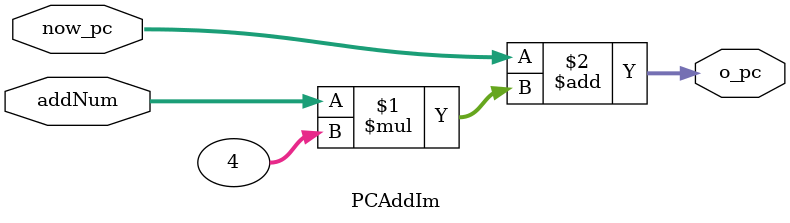
<source format=v>
`timescale 1ns / 1ps

module PCAddIm(
  input [31:0] now_pc, 
  input [31:0] addNum, 
  output [31:0] o_pc
);
  assign o_pc = now_pc  + (addNum * 4); //  ×óÒÆÁ½Î»
endmodule

</source>
